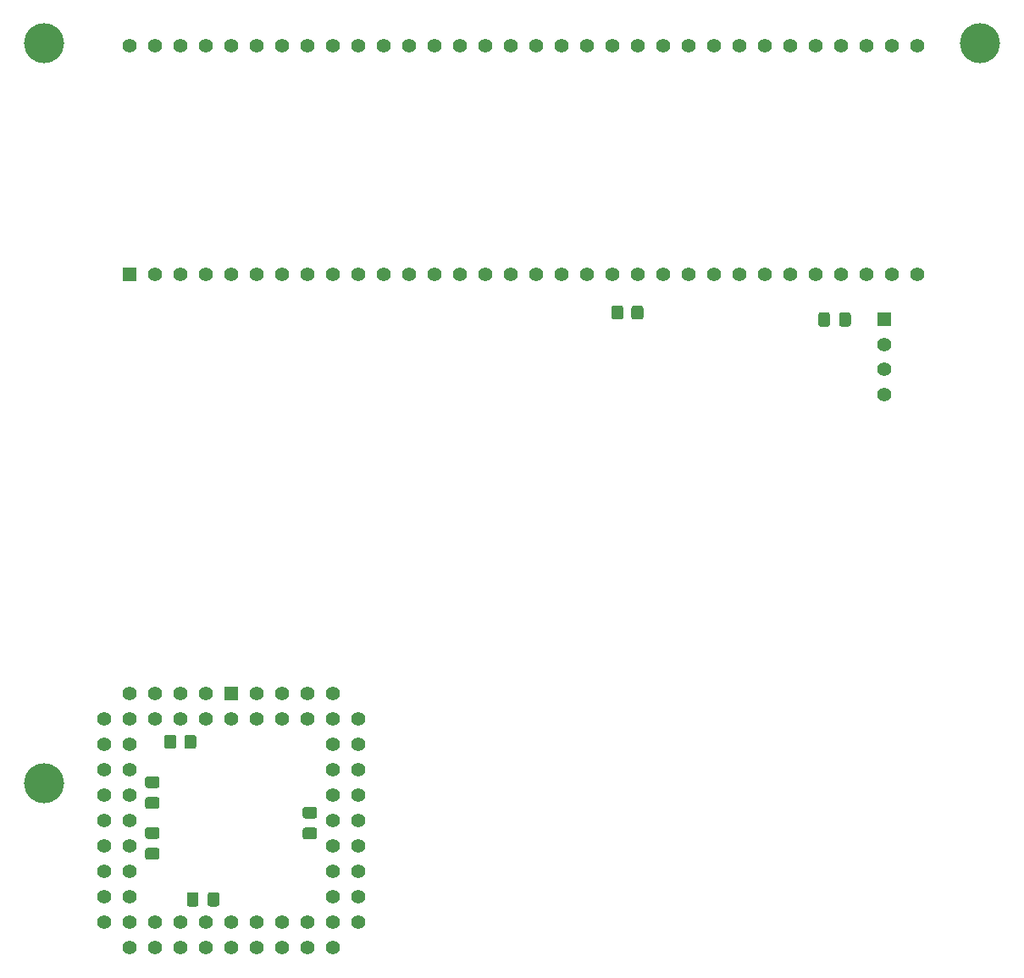
<source format=gts>
G04 #@! TF.GenerationSoftware,KiCad,Pcbnew,(5.1.12)-1*
G04 #@! TF.CreationDate,2022-03-01T21:28:55+00:00*
G04 #@! TF.ProjectId,A600_68k_PLCC_to_DIP64 _v1,41363030-5f36-4386-9b5f-504c43435f74,B*
G04 #@! TF.SameCoordinates,Original*
G04 #@! TF.FileFunction,Soldermask,Top*
G04 #@! TF.FilePolarity,Negative*
%FSLAX46Y46*%
G04 Gerber Fmt 4.6, Leading zero omitted, Abs format (unit mm)*
G04 Created by KiCad (PCBNEW (5.1.12)-1) date 2022-03-01 21:28:55*
%MOMM*%
%LPD*%
G01*
G04 APERTURE LIST*
%ADD10C,1.422400*%
%ADD11R,1.422400X1.422400*%
%ADD12C,0.700000*%
%ADD13C,4.000000*%
%ADD14C,1.408000*%
%ADD15R,1.408000X1.408000*%
G04 APERTURE END LIST*
D10*
X119380000Y-46990000D03*
X198120000Y-69850000D03*
X121920000Y-46990000D03*
X195580000Y-69850000D03*
X124460000Y-46990000D03*
X193040000Y-69850000D03*
X127000000Y-46990000D03*
X190500000Y-69850000D03*
X129540000Y-46990000D03*
X187960000Y-69850000D03*
X132080000Y-46990000D03*
X185420000Y-69850000D03*
X134620000Y-46990000D03*
X182880000Y-69850000D03*
X137160000Y-46990000D03*
X180340000Y-69850000D03*
X139700000Y-46990000D03*
X177800000Y-69850000D03*
X142240000Y-46990000D03*
X175260000Y-69850000D03*
X144780000Y-46990000D03*
X172720000Y-69850000D03*
X147320000Y-46990000D03*
X170180000Y-69850000D03*
X149860000Y-46990000D03*
X167640000Y-69850000D03*
X152400000Y-46990000D03*
X165100000Y-69850000D03*
X154940000Y-46990000D03*
X162560000Y-69850000D03*
X157480000Y-46990000D03*
X160020000Y-69850000D03*
X160020000Y-46990000D03*
X157480000Y-69850000D03*
X162560000Y-46990000D03*
X154940000Y-69850000D03*
X165100000Y-46990000D03*
X152400000Y-69850000D03*
X167640000Y-46990000D03*
X149860000Y-69850000D03*
X170180000Y-46990000D03*
X147320000Y-69850000D03*
X172720000Y-46990000D03*
X144780000Y-69850000D03*
X175260000Y-46990000D03*
X142240000Y-69850000D03*
X177800000Y-46990000D03*
X139700000Y-69850000D03*
X180340000Y-46990000D03*
X137160000Y-69850000D03*
X182880000Y-46990000D03*
X134620000Y-69850000D03*
X185420000Y-46990000D03*
X132080000Y-69850000D03*
X187960000Y-46990000D03*
X129540000Y-69850000D03*
X190500000Y-46990000D03*
X127000000Y-69850000D03*
X193040000Y-46990000D03*
X124460000Y-69850000D03*
X195580000Y-46990000D03*
X121920000Y-69850000D03*
X198120000Y-46990000D03*
D11*
X119380000Y-69850000D03*
D12*
X203319000Y-45669000D03*
X202880000Y-46730000D03*
X203319000Y-47791000D03*
X204380000Y-48230000D03*
X205441000Y-47791000D03*
X205880000Y-46730000D03*
X205441000Y-45669000D03*
X204380000Y-45230000D03*
D13*
X204380000Y-46730000D03*
X110880000Y-46730000D03*
D12*
X112380000Y-46730000D03*
X111941000Y-47791000D03*
X110880000Y-48230000D03*
X109819000Y-47791000D03*
X109380000Y-46730000D03*
X109819000Y-45669000D03*
X110880000Y-45230000D03*
X111941000Y-45669000D03*
D13*
X110880000Y-120730000D03*
D12*
X112380000Y-120730000D03*
X111941000Y-121791000D03*
X110880000Y-122230000D03*
X109819000Y-121791000D03*
X109380000Y-120730000D03*
X109819000Y-119669000D03*
X110880000Y-119230000D03*
X111941000Y-119669000D03*
D10*
X142240000Y-114300000D03*
X142240000Y-116840000D03*
X142240000Y-119380000D03*
X142240000Y-121920000D03*
X142240000Y-124460000D03*
X142240000Y-127000000D03*
X142240000Y-129540000D03*
X142240000Y-132080000D03*
X139700000Y-111760000D03*
X139700000Y-114300000D03*
X139700000Y-116840000D03*
X139700000Y-119380000D03*
X139700000Y-121920000D03*
X139700000Y-124460000D03*
X139700000Y-127000000D03*
X139700000Y-129540000D03*
X139700000Y-132080000D03*
X139700000Y-137160000D03*
X137160000Y-137160000D03*
X134620000Y-137160000D03*
X132080000Y-137160000D03*
X129540000Y-137160000D03*
X127000000Y-137160000D03*
X124460000Y-137160000D03*
X121920000Y-137160000D03*
X119380000Y-137160000D03*
X142240000Y-134620000D03*
X139700000Y-134620000D03*
X137160000Y-134620000D03*
X134620000Y-134620000D03*
X132080000Y-134620000D03*
X129540000Y-134620000D03*
X127000000Y-134620000D03*
X124460000Y-134620000D03*
X121920000Y-134620000D03*
X116840000Y-134620000D03*
X116840000Y-132080000D03*
X116840000Y-129540000D03*
X116840000Y-127000000D03*
X116840000Y-124460000D03*
X116840000Y-121920000D03*
X116840000Y-119380000D03*
X116840000Y-116840000D03*
X116840000Y-114300000D03*
X119380000Y-134620000D03*
X119380000Y-132080000D03*
X119380000Y-129540000D03*
X119380000Y-127000000D03*
X119380000Y-124460000D03*
X119380000Y-121920000D03*
X119380000Y-119380000D03*
X119380000Y-116840000D03*
X137160000Y-111760000D03*
X134620000Y-111760000D03*
X132080000Y-111760000D03*
X119380000Y-111760000D03*
X121920000Y-111760000D03*
X124460000Y-111760000D03*
X127000000Y-111760000D03*
D11*
X129540000Y-111760000D03*
D10*
X137160000Y-114300000D03*
X134620000Y-114300000D03*
X132080000Y-114300000D03*
X129540000Y-114300000D03*
X119380000Y-114300000D03*
X121920000Y-114300000D03*
X124460000Y-114300000D03*
X127000000Y-114300000D03*
G36*
G01*
X121191000Y-120041000D02*
X122141000Y-120041000D01*
G75*
G02*
X122391000Y-120291000I0J-250000D01*
G01*
X122391000Y-120966000D01*
G75*
G02*
X122141000Y-121216000I-250000J0D01*
G01*
X121191000Y-121216000D01*
G75*
G02*
X120941000Y-120966000I0J250000D01*
G01*
X120941000Y-120291000D01*
G75*
G02*
X121191000Y-120041000I250000J0D01*
G01*
G37*
G36*
G01*
X121191000Y-122116000D02*
X122141000Y-122116000D01*
G75*
G02*
X122391000Y-122366000I0J-250000D01*
G01*
X122391000Y-123041000D01*
G75*
G02*
X122141000Y-123291000I-250000J0D01*
G01*
X121191000Y-123291000D01*
G75*
G02*
X120941000Y-123041000I0J250000D01*
G01*
X120941000Y-122366000D01*
G75*
G02*
X121191000Y-122116000I250000J0D01*
G01*
G37*
G36*
G01*
X121191000Y-127196000D02*
X122141000Y-127196000D01*
G75*
G02*
X122391000Y-127446000I0J-250000D01*
G01*
X122391000Y-128121000D01*
G75*
G02*
X122141000Y-128371000I-250000J0D01*
G01*
X121191000Y-128371000D01*
G75*
G02*
X120941000Y-128121000I0J250000D01*
G01*
X120941000Y-127446000D01*
G75*
G02*
X121191000Y-127196000I250000J0D01*
G01*
G37*
G36*
G01*
X121191000Y-125121000D02*
X122141000Y-125121000D01*
G75*
G02*
X122391000Y-125371000I0J-250000D01*
G01*
X122391000Y-126046000D01*
G75*
G02*
X122141000Y-126296000I-250000J0D01*
G01*
X121191000Y-126296000D01*
G75*
G02*
X120941000Y-126046000I0J250000D01*
G01*
X120941000Y-125371000D01*
G75*
G02*
X121191000Y-125121000I250000J0D01*
G01*
G37*
G36*
G01*
X125121000Y-132809000D02*
X125121000Y-131859000D01*
G75*
G02*
X125371000Y-131609000I250000J0D01*
G01*
X126046000Y-131609000D01*
G75*
G02*
X126296000Y-131859000I0J-250000D01*
G01*
X126296000Y-132809000D01*
G75*
G02*
X126046000Y-133059000I-250000J0D01*
G01*
X125371000Y-133059000D01*
G75*
G02*
X125121000Y-132809000I0J250000D01*
G01*
G37*
G36*
G01*
X127196000Y-132809000D02*
X127196000Y-131859000D01*
G75*
G02*
X127446000Y-131609000I250000J0D01*
G01*
X128121000Y-131609000D01*
G75*
G02*
X128371000Y-131859000I0J-250000D01*
G01*
X128371000Y-132809000D01*
G75*
G02*
X128121000Y-133059000I-250000J0D01*
G01*
X127446000Y-133059000D01*
G75*
G02*
X127196000Y-132809000I0J250000D01*
G01*
G37*
G36*
G01*
X137889000Y-124264000D02*
X136939000Y-124264000D01*
G75*
G02*
X136689000Y-124014000I0J250000D01*
G01*
X136689000Y-123339000D01*
G75*
G02*
X136939000Y-123089000I250000J0D01*
G01*
X137889000Y-123089000D01*
G75*
G02*
X138139000Y-123339000I0J-250000D01*
G01*
X138139000Y-124014000D01*
G75*
G02*
X137889000Y-124264000I-250000J0D01*
G01*
G37*
G36*
G01*
X137889000Y-126339000D02*
X136939000Y-126339000D01*
G75*
G02*
X136689000Y-126089000I0J250000D01*
G01*
X136689000Y-125414000D01*
G75*
G02*
X136939000Y-125164000I250000J0D01*
G01*
X137889000Y-125164000D01*
G75*
G02*
X138139000Y-125414000I0J-250000D01*
G01*
X138139000Y-126089000D01*
G75*
G02*
X137889000Y-126339000I-250000J0D01*
G01*
G37*
G36*
G01*
X122860000Y-117036001D02*
X122860000Y-116135999D01*
G75*
G02*
X123109999Y-115886000I249999J0D01*
G01*
X123810001Y-115886000D01*
G75*
G02*
X124060000Y-116135999I0J-249999D01*
G01*
X124060000Y-117036001D01*
G75*
G02*
X123810001Y-117286000I-249999J0D01*
G01*
X123109999Y-117286000D01*
G75*
G02*
X122860000Y-117036001I0J249999D01*
G01*
G37*
G36*
G01*
X124860000Y-117036001D02*
X124860000Y-116135999D01*
G75*
G02*
X125109999Y-115886000I249999J0D01*
G01*
X125810001Y-115886000D01*
G75*
G02*
X126060000Y-116135999I0J-249999D01*
G01*
X126060000Y-117036001D01*
G75*
G02*
X125810001Y-117286000I-249999J0D01*
G01*
X125109999Y-117286000D01*
G75*
G02*
X124860000Y-117036001I0J249999D01*
G01*
G37*
G36*
G01*
X169555000Y-74110001D02*
X169555000Y-73209999D01*
G75*
G02*
X169804999Y-72960000I249999J0D01*
G01*
X170505001Y-72960000D01*
G75*
G02*
X170755000Y-73209999I0J-249999D01*
G01*
X170755000Y-74110001D01*
G75*
G02*
X170505001Y-74360000I-249999J0D01*
G01*
X169804999Y-74360000D01*
G75*
G02*
X169555000Y-74110001I0J249999D01*
G01*
G37*
G36*
G01*
X167555000Y-74110001D02*
X167555000Y-73209999D01*
G75*
G02*
X167804999Y-72960000I249999J0D01*
G01*
X168505001Y-72960000D01*
G75*
G02*
X168755000Y-73209999I0J-249999D01*
G01*
X168755000Y-74110001D01*
G75*
G02*
X168505001Y-74360000I-249999J0D01*
G01*
X167804999Y-74360000D01*
G75*
G02*
X167555000Y-74110001I0J249999D01*
G01*
G37*
D14*
X194840000Y-81855000D03*
X194840000Y-79355000D03*
X194840000Y-76855000D03*
D15*
X194840000Y-74355000D03*
G36*
G01*
X191490000Y-73880000D02*
X191490000Y-74830000D01*
G75*
G02*
X191240000Y-75080000I-250000J0D01*
G01*
X190565000Y-75080000D01*
G75*
G02*
X190315000Y-74830000I0J250000D01*
G01*
X190315000Y-73880000D01*
G75*
G02*
X190565000Y-73630000I250000J0D01*
G01*
X191240000Y-73630000D01*
G75*
G02*
X191490000Y-73880000I0J-250000D01*
G01*
G37*
G36*
G01*
X189415000Y-73880000D02*
X189415000Y-74830000D01*
G75*
G02*
X189165000Y-75080000I-250000J0D01*
G01*
X188490000Y-75080000D01*
G75*
G02*
X188240000Y-74830000I0J250000D01*
G01*
X188240000Y-73880000D01*
G75*
G02*
X188490000Y-73630000I250000J0D01*
G01*
X189165000Y-73630000D01*
G75*
G02*
X189415000Y-73880000I0J-250000D01*
G01*
G37*
M02*

</source>
